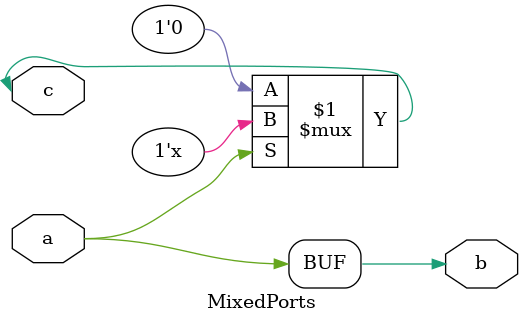
<source format=sv>
module MixedPorts(
  input  logic a,
  output logic b,
  inout  logic c
);

  // Propagate input to output
  assign b = a;
  
  // Bidirectional buffer for inout port
  assign c = a ? 1'bz : 1'b0;

endmodule
</source>
